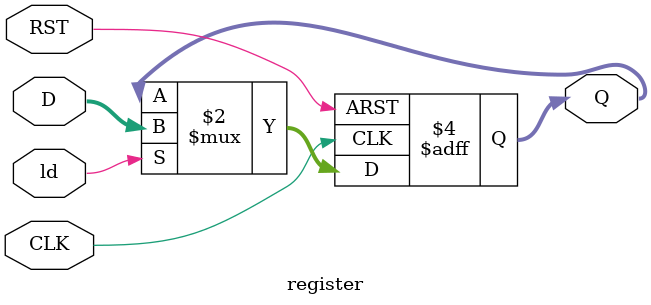
<source format=v>
module register (
    input CLK,
    input RST,
    input [7:0] D,
    output reg [7:0] Q,
    input ld
);
  always @(posedge CLK or posedge RST) begin
    if (RST) Q <= 8'b00000000;
    else if (ld) Q <= D;
  end
endmodule

</source>
